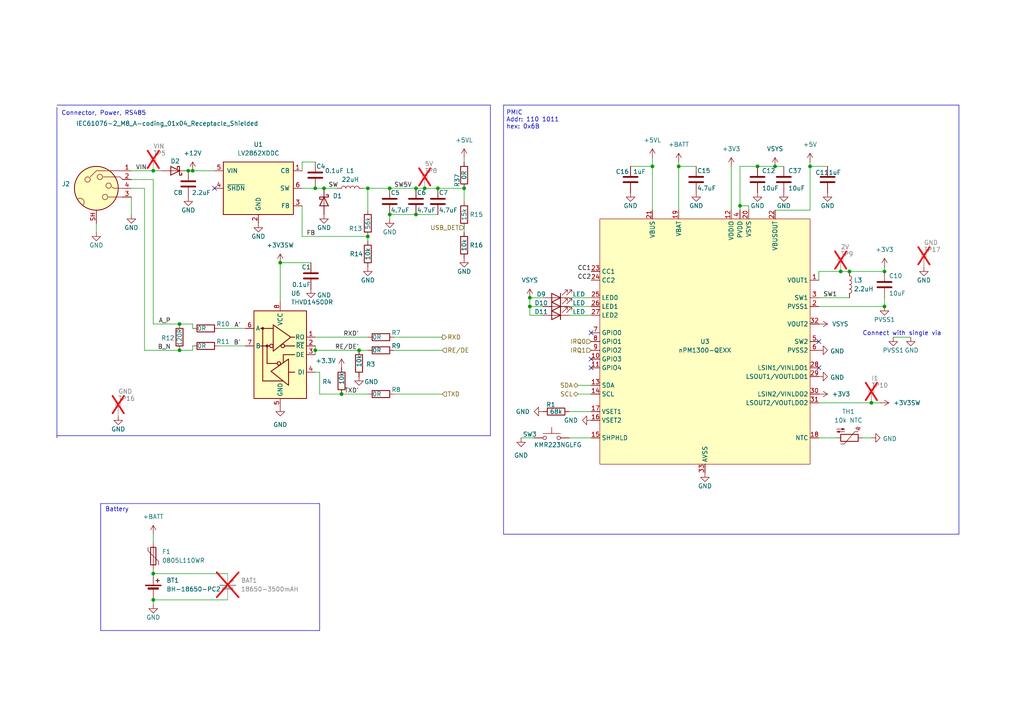
<source format=kicad_sch>
(kicad_sch (version 20250114) (generator "eeschema") (generator_version "9.0")
  (paper "A4")
  (title_block (title "POWER") (date "2025-04-25") (rev "1.0.3"))
  (lib_symbols
    (symbol "Connector:IEC61076-2_M8_A-coding_01x04_Receptacle_Shielded"
      (property "Reference" "J" (at 0 7.62 0))
      (property "Value" "IEC61076-2_M8_A-coding_01x04_Receptacle_Shielded" (at 0 -7.874 0))
      (symbol "IEC61076-2_M8_A-coding_01x04_Receptacle_Shielded_0_1"
        (polyline (pts (xy -7.62 0) (xy -4.953 0) (xy -4.572 0.381)))
        (polyline (pts (xy -7.62 -2.54) (xy -3.556 -2.54)))
        (circle (center -3.556 0.762) (radius 0.762))
        (circle (center -2.54 -2.54) (radius 0.762))
        (polyline (pts (xy -2.032 3.302) (xy -6.858 3.302) (xy -7.62 2.54)))
        (circle (center -1.016 3.302) (radius 0.762))
        (polyline (pts (xy 0 5.08) (xy -7.62 5.08)))
        (polyline (pts (xy 0 5.08) (xy 1.778 3.302)))
        (circle (center 0 0) (radius 6.35) (stroke (width 0.254)) (fill (type background)))
        (circle (center 2.54 2.54) (radius 0.762))
        (arc (start 3.937 -4.953) (mid 3.819 -3.3063) (end 5.461 -3.175))
      )
      (symbol "IEC61076-2_M8_A-coding_01x04_Receptacle_Shielded_1_1"
        (pin passive line (at -10.16 5.08 0) (length 2.54) (name "~") (number "1"))
        (pin passive line (at -10.16 2.54 0) (length 2.54) (name "~") (number "2"))
        (pin passive line (at -10.16 0 0) (length 2.54) (name "~") (number "4"))
        (pin passive line (at -10.16 -2.54 0) (length 2.54) (name "~") (number "3"))
        (pin passive line (at 0 -10.16 90) (length 3.81) (name "~") (number "SH"))
      )
    )
    (symbol "Connector:TestPoint" (pin_numbers (hide yes)) (pin_names (offset 0.762) (hide yes))
      (property "Reference" "TP" (at 0 6.858 0))
      (property "Value" "TestPoint" (at 0 5.08 0))
      (symbol "TestPoint_0_1"
        (circle (center 0 3.302) (radius 0.762))
      )
      (symbol "TestPoint_1_1"
        (pin passive line (at 0 0 90) (length 2.54) (name "1") (number "1"))
      )
    )
    (symbol "Device:Battery_Cell" (pin_numbers (hide yes)) (pin_names (offset 0) (hide yes))
      (property "Reference" "BT" (at 2.54 2.54 0))
      (property "Value" "Battery_Cell" (at 2.54 0 0))
      (symbol "Battery_Cell_0_1"
        (rectangle (start -2.286 1.778) (end 2.286 1.524) (fill (type outline)))
        (rectangle (start -1.524 1.016) (end 1.524 0.508) (fill (type outline)))
        (polyline (pts (xy 0 1.778) (xy 0 2.54)))
        (polyline (pts (xy 0 0.762) (xy 0 0)))
        (polyline (pts (xy 0.762 3.048) (xy 1.778 3.048)) (stroke (width 0.254)))
        (polyline (pts (xy 1.27 3.556) (xy 1.27 2.54)) (stroke (width 0.254)))
      )
      (symbol "Battery_Cell_1_1"
        (pin passive line (at 0 5.08 270) (length 2.54) (name "+") (number "1"))
        (pin passive line (at 0 -2.54 90) (length 2.54) (name "-") (number "2"))
      )
    )
    (symbol "Device:C" (pin_numbers (hide yes)) (pin_names (offset 0.254))
      (property "Reference" "C" (at 0.635 2.54 0))
      (property "Value" "C" (at 0.635 -2.54 0))
      (symbol "C_0_1"
        (polyline (pts (xy -2.032 0.762) (xy 2.032 0.762)) (stroke (width 0.508)))
        (polyline (pts (xy -2.032 -0.762) (xy 2.032 -0.762)) (stroke (width 0.508)))
      )
      (symbol "C_1_1"
        (pin passive line (at 0 3.81 270) (length 2.794) (name "~") (number "1"))
        (pin passive line (at 0 -3.81 90) (length 2.794) (name "~") (number "2"))
      )
    )
    (symbol "Device:D_Schottky" (pin_numbers (hide yes)) (pin_names (offset 1.016) (hide yes))
      (property "Reference" "D" (at 0 2.54 0))
      (property "Value" "D_Schottky" (at 0 -2.54 0))
      (symbol "D_Schottky_0_1"
        (polyline (pts (xy -1.905 0.635) (xy -1.905 1.27) (xy -1.27 1.27) (xy -1.27 -1.27) (xy -0.635 -1.27) (xy -0.635 -0.635)) (stroke (width 0.254)))
        (polyline (pts (xy 1.27 1.27) (xy 1.27 -1.27) (xy -1.27 0) (xy 1.27 1.27)) (stroke (width 0.254)))
        (polyline (pts (xy 1.27 0) (xy -1.27 0)))
      )
      (symbol "D_Schottky_1_1"
        (pin passive line (at -3.81 0 0) (length 2.54) (name "K") (number "1"))
        (pin passive line (at 3.81 0 180) (length 2.54) (name "A") (number "2"))
      )
    )
    (symbol "Device:L" (pin_numbers (hide yes)) (pin_names (offset 1.016) (hide yes))
      (property "Reference" "L" (at -1.27 0 90))
      (property "Value" "L" (at 1.905 0 90))
      (symbol "L_0_1"
        (arc (start 0 2.54) (mid 0.6323 1.905) (end 0 1.27))
        (arc (start 0 1.27) (mid 0.6323 0.635) (end 0 0))
        (arc (start 0 0) (mid 0.6323 -0.635) (end 0 -1.27))
        (arc (start 0 -1.27) (mid 0.6323 -1.905) (end 0 -2.54))
      )
      (symbol "L_1_1"
        (pin passive line (at 0 3.81 270) (length 1.27) (name "1") (number "1"))
        (pin passive line (at 0 -3.81 90) (length 1.27) (name "2") (number "2"))
      )
    )
    (symbol "Device:LED" (pin_numbers (hide yes)) (pin_names (offset 1.016) (hide yes))
      (property "Reference" "D" (at 0 2.54 0))
      (property "Value" "LED" (at 0 -2.54 0))
      (symbol "LED_0_1"
        (polyline (pts (xy -3.048 -0.762) (xy -4.572 -2.286) (xy -3.81 -2.286) (xy -4.572 -2.286) (xy -4.572 -1.524)))
        (polyline (pts (xy -1.778 -0.762) (xy -3.302 -2.286) (xy -2.54 -2.286) (xy -3.302 -2.286) (xy -3.302 -1.524)))
        (polyline (pts (xy -1.27 0) (xy 1.27 0)))
        (polyline (pts (xy -1.27 -1.27) (xy -1.27 1.27)) (stroke (width 0.254)))
        (polyline (pts (xy 1.27 -1.27) (xy 1.27 1.27) (xy -1.27 0) (xy 1.27 -1.27)) (stroke (width 0.254)))
      )
      (symbol "LED_1_1"
        (pin passive line (at -3.81 0 0) (length 2.54) (name "K") (number "1"))
        (pin passive line (at 3.81 0 180) (length 2.54) (name "A") (number "2"))
      )
    )
    (symbol "Device:Polyfuse" (pin_numbers (hide yes)) (pin_names (offset 0))
      (property "Reference" "F" (at -2.54 0 90))
      (property "Value" "Polyfuse" (at 2.54 0 90))
      (symbol "Polyfuse_0_1"
        (polyline (pts (xy -1.524 2.54) (xy -1.524 1.524) (xy 1.524 -1.524) (xy 1.524 -2.54)))
        (rectangle (start -0.762 2.54) (end 0.762 -2.54) (stroke (width 0.254)))
        (polyline (pts (xy 0 2.54) (xy 0 -2.54)))
      )
      (symbol "Polyfuse_1_1"
        (pin passive line (at 0 3.81 270) (length 1.27) (name "~") (number "1"))
        (pin passive line (at 0 -3.81 90) (length 1.27) (name "~") (number "2"))
      )
    )
    (symbol "Device:Thermistor_NTC" (pin_numbers (hide yes)) (pin_names (offset 0))
      (property "Reference" "TH" (at -4.445 0 90))
      (property "Value" "Thermistor_NTC" (at 3.175 0 90))
      (symbol "Thermistor_NTC_0_1"
        (arc (start -3.175 2.413) (mid -3.0506 2.3165) (end -3.048 2.159))
        (arc (start -3.048 2.794) (mid -2.9736 2.9736) (end -2.794 3.048))
        (arc (start -2.794 3.048) (mid -2.6144 2.9736) (end -2.54 2.794))
        (arc (start -2.794 2.54) (mid -2.9736 2.6144) (end -3.048 2.794))
        (arc (start -2.794 1.905) (mid -2.9736 1.9794) (end -3.048 2.159))
        (arc (start -2.54 2.159) (mid -2.6144 1.9794) (end -2.794 1.905))
        (arc (start -2.159 2.794) (mid -2.434 2.5608) (end -2.794 2.54))
        (polyline (pts (xy -2.54 2.159) (xy -2.54 2.794)))
        (polyline (pts (xy -2.54 -3.683) (xy -2.54 -1.397) (xy -2.794 -2.159) (xy -2.286 -2.159) (xy -2.54 -1.397) (xy -2.54 -1.651)) (fill (type outline)))
        (polyline (pts (xy -1.778 2.54) (xy -1.778 1.524) (xy 1.778 -1.524) (xy 1.778 -2.54)))
        (polyline (pts (xy -1.778 -1.397) (xy -1.778 -3.683) (xy -2.032 -2.921) (xy -1.524 -2.921) (xy -1.778 -3.683) (xy -1.778 -3.429)) (fill (type outline)))
        (rectangle (start -1.016 2.54) (end 1.016 -2.54) (stroke (width 0.254)))
      )
      (symbol "Thermistor_NTC_1_1"
        (pin passive line (at 0 3.81 270) (length 1.27) (name "~") (number "1"))
        (pin passive line (at 0 -3.81 90) (length 1.27) (name "~") (number "2"))
      )
    )
    (symbol "Interface_UART:THVD1450DR"
      (property "Reference" "U" (at -6.985 13.97 0))
      (property "Value" "THVD1450DR" (at 1.905 13.97 0))
      (symbol "THVD1450DR_0_1"
        (rectangle (start -7.62 12.7) (end 7.62 -12.7) (stroke (width 0.254)) (fill (type background)))
        (polyline (pts (xy -4.191 2.54) (xy -1.27 2.54)) (stroke (width 0.254)))
        (polyline (pts (xy -4.191 0) (xy -0.889 0) (xy -0.889 -2.286)) (stroke (width 0.254)))
        (polyline (pts (xy -3.175 5.08) (xy -4.191 5.08) (xy -4.064 5.08)) (stroke (width 0.254)))
        (polyline (pts (xy -2.54 -5.08) (xy -4.191 -5.08)) (stroke (width 0.254)))
        (polyline (pts (xy -2.413 -5.08) (xy -2.413 -1.27) (xy 2.667 -4.826) (xy -2.413 -8.89) (xy -2.413 -5.08)) (stroke (width 0.254)))
        (polyline (pts (xy -0.635 -7.62) (xy 5.08 -7.62)) (stroke (width 0.254)))
        (circle (center 0.381 -2.54) (radius 0.508) (stroke (width 0.254)))
        (polyline (pts (xy 0.889 -2.54) (xy 3.81 -2.54)) (stroke (width 0.254)))
        (polyline (pts (xy 2.032 7.62) (xy 5.715 7.62)) (stroke (width 0.254)))
        (polyline (pts (xy 3.048 2.54) (xy 5.715 2.54)) (stroke (width 0.254)))
        (circle (center 3.81 2.54) (radius 0.2794) (stroke (width 0.254)) (fill (type outline)))
        (polyline (pts (xy 3.81 -2.54) (xy 3.81 2.54)) (stroke (width 0.254)))
        (polyline (pts (xy 5.08 -7.62) (xy 5.08 7.62)) (stroke (width 0.254)))
      )
      (symbol "THVD1450DR_1_1"
        (circle (center -0.762 2.54) (radius 0.508) (stroke (width 0.254)))
        (polyline (pts (xy 2.032 4.826) (xy 2.032 8.636) (xy -3.048 5.08) (xy 2.032 1.016) (xy 2.032 4.826)) (stroke (width 0.254)))
        (circle (center 2.54 2.54) (radius 0.508) (stroke (width 0.254)))
        (circle (center 5.08 7.62) (radius 0.2794) (stroke (width 0.254)) (fill (type outline)))
        (pin output line (at -10.16 5.08 0) (length 2.54) (name "RO") (number "1"))
        (pin input line (at -10.16 2.54 0) (length 2.54) (name "~{RE}") (number "2"))
        (pin input line (at -10.16 0 0) (length 2.54) (name "DE") (number "3"))
        (pin input line (at -10.16 -5.08 0) (length 2.54) (name "DI") (number "4"))
        (pin power_in line (at 0 15.24 270) (length 2.54) (name "VCC") (number "8"))
        (pin power_in line (at 0 -15.24 90) (length 2.54) (name "GND") (number "5"))
        (pin bidirectional line (at 10.16 7.62 180) (length 2.54) (name "A") (number "6"))
        (pin bidirectional line (at 10.16 2.54 180) (length 2.54) (name "B") (number "7"))
      )
    )
    (symbol "Library:+3.3V" (power) (pin_numbers (hide yes)) (pin_names (offset 0) (hide yes))
      (property "Value" "+3.3V" (at 0 3.556 0))
      (symbol "+3.3V_0_1"
        (polyline (pts (xy -0.762 1.27) (xy 0 2.54)))
        (polyline (pts (xy 0 2.54) (xy 0.762 1.27)))
        (polyline (pts (xy 0 0) (xy 0 2.54)))
      )
      (symbol "+3.3V_1_1"
        (pin power_in line (at 0 0 90) (length 0) (name "~") (number "1"))
      )
    )
    (symbol "Library:C" (pin_numbers (hide yes)) (pin_names (offset 0.254))
      (property "Reference" "C" (at 0.635 2.54 0))
      (property "Value" "C" (at 0.635 -2.54 0))
      (symbol "C_0_1"
        (polyline (pts (xy -2.032 0.762) (xy 2.032 0.762)) (stroke (width 0.508)))
        (polyline (pts (xy -2.032 -0.762) (xy 2.032 -0.762)) (stroke (width 0.508)))
      )
      (symbol "C_1_1"
        (pin passive line (at 0 3.81 270) (length 2.794) (name "~") (number "1"))
        (pin passive line (at 0 -3.81 90) (length 2.794) (name "~") (number "2"))
      )
    )
    (symbol "Library:GND" (power) (pin_numbers (hide yes)) (pin_names (offset 0) (hide yes))
      (property "Value" "GND" (at 0 -3.81 0))
      (symbol "GND_0_1"
        (polyline (pts (xy 0 0) (xy 0 -1.27) (xy 1.27 -1.27) (xy 0 -2.54) (xy -1.27 -1.27) (xy 0 -1.27)))
      )
      (symbol "GND_1_1"
        (pin power_in line (at 0 0 270) (length 0) (name "~") (number "1"))
      )
    )
    (symbol "Library:R" (pin_numbers (hide yes)) (pin_names (offset 0))
      (property "Reference" "R" (at 2.032 0 90))
      (property "Value" "R" (at 0 0 90))
      (symbol "R_0_1"
        (rectangle (start -1.016 -2.54) (end 1.016 2.54) (stroke (width 0.254)))
      )
      (symbol "R_1_1"
        (pin passive line (at 0 3.81 270) (length 1.27) (name "~") (number "1"))
        (pin passive line (at 0 -3.81 90) (length 1.27) (name "~") (number "2"))
      )
    )
    (symbol "PCM_nordic-lib-kicad-npm:nPM1300-QEXX"
      (property "Reference" "U" (at 0 0 0))
      (property "Value" "nPM1300-QEXX" (at 0 -2.54 0))
      (symbol "nPM1300-QEXX_0_0"
        (pin bidirectional line (at -33.02 20.32 0) (length 2.54) (name "CC1") (number "23"))
        (pin bidirectional line (at -33.02 17.78 0) (length 2.54) (name "CC2") (number "24"))
        (pin open_collector line (at -33.02 12.7 0) (length 2.54) (name "LED0") (number "25"))
        (pin open_collector line (at -33.02 10.16 0) (length 2.54) (name "LED1") (number "26"))
        (pin open_collector line (at -33.02 7.62 0) (length 2.54) (name "LED2") (number "27"))
        (pin bidirectional line (at -33.02 2.54 0) (length 2.54) (name "GPIO0") (number "7"))
        (pin bidirectional line (at -33.02 0 0) (length 2.54) (name "GPIO1") (number "8"))
        (pin bidirectional line (at -33.02 -2.54 0) (length 2.54) (name "GPIO2") (number "9"))
        (pin bidirectional line (at -33.02 -5.08 0) (length 2.54) (name "GPIO3") (number "10"))
        (pin bidirectional line (at -33.02 -7.62 0) (length 2.54) (name "GPIO4") (number "11"))
        (pin bidirectional line (at -33.02 -12.7 0) (length 2.54) (name "SDA") (number "13"))
        (pin bidirectional line (at -33.02 -15.24 0) (length 2.54) (name "SCL") (number "14"))
        (pin passive line (at -33.02 -20.32 0) (length 2.54) (name "VSET1") (number "17"))
        (pin passive line (at -33.02 -22.86 0) (length 2.54) (name "VSET2") (number "16"))
        (pin input line (at -33.02 -27.94 0) (length 2.54) (name "SHPHLD") (number "15"))
        (pin power_in line (at -15.24 38.1 270) (length 2.54) (name "VBUS") (number "21"))
        (pin power_in line (at -7.62 38.1 270) (length 2.54) (name "VBAT") (number "19"))
        (pin power_in line (at 0 -38.1 90) (length 2.54) (name "AVSS") (number "33"))
        (pin power_in line (at 7.62 38.1 270) (length 2.54) (name "VDDIO") (number "12"))
        (pin power_in line (at 10.16 38.1 270) (length 2.54) (name "PVDD") (number "4"))
        (pin power_out line (at 12.7 38.1 270) (length 2.54) (name "VSYS") (number "20"))
        (pin power_out line (at 20.32 38.1 270) (length 2.54) (name "VBUSOUT") (number "22"))
        (pin power_out line (at 33.02 17.78 180) (length 2.54) (name "VOUT1") (number "1"))
        (pin passive line (at 33.02 12.7 180) (length 2.54) (name "SW1") (number "3"))
        (pin power_out line (at 33.02 5.08 180) (length 2.54) (name "VOUT2") (number "32"))
        (pin passive line (at 33.02 0 180) (length 2.54) (name "SW2") (number "5"))
        (pin output line (at 33.02 -10.16 180) (length 2.54) (name "LSOUT1/VOUTLDO1") (number "29"))
        (pin input line (at 33.02 -15.24 180) (length 2.54) (name "LSIN2/VINLDO2") (number "30"))
        (pin output line (at 33.02 -17.78 180) (length 2.54) (name "LSOUT2/VOUTLDO2") (number "31"))
        (pin passive line (at 33.02 -27.94 180) (length 2.54) (name "NTC") (number "18"))
      )
      (symbol "nPM1300-QEXX_1_0"
        (pin power_in line (at 33.02 10.16 180) (length 2.54) (name "PVSS1") (number "2"))
        (pin power_in line (at 33.02 -2.54 180) (length 2.54) (name "PVSS2") (number "6"))
        (pin input line (at 33.02 -7.62 180) (length 2.54) (name "LSIN1/VINLDO1") (number "28"))
      )
      (symbol "nPM1300-QEXX_1_1"
        (rectangle (start -30.48 35.56) (end 30.48 -35.56) (fill (type background)))
      )
    )
    (symbol "Regulator_Switching:LV2862XDDC" (pin_names (offset 1.016))
      (property "Reference" "U" (at -10.16 11.43 0))
      (property "Value" "LV2862XDDC" (at -10.16 8.89 0))
      (symbol "LV2862XDDC_0_1"
        (rectangle (start -10.16 7.62) (end 10.16 -7.62) (stroke (width 0.254)) (fill (type background)))
      )
      (symbol "LV2862XDDC_1_1"
        (pin power_in line (at -12.7 5.08 0) (length 2.54) (name "VIN") (number "5"))
        (pin input line (at -12.7 0 0) (length 2.54) (name "~{SHDN}") (number "4"))
        (pin power_in line (at 0 -10.16 90) (length 2.54) (name "GND") (number "2"))
        (pin input line (at 12.7 5.08 180) (length 2.54) (name "CB") (number "1"))
        (pin output line (at 12.7 0 180) (length 2.54) (name "SW") (number "6"))
        (pin input line (at 12.7 -5.08 180) (length 2.54) (name "FB") (number "3"))
      )
    )
    (symbol "Switch:SW_Push" (pin_numbers (hide yes)) (pin_names (offset 1.016) (hide yes))
      (property "Reference" "SW" (at 1.27 2.54 0))
      (property "Value" "SW_Push" (at 0 -1.524 0))
      (symbol "SW_Push_0_1"
        (circle (center -2.032 0) (radius 0.508))
        (polyline (pts (xy 0 1.27) (xy 0 3.048)))
        (circle (center 2.032 0) (radius 0.508))
        (polyline (pts (xy 2.54 1.27) (xy -2.54 1.27)))
        (pin passive line (at -5.08 0 0) (length 2.54) (name "1") (number "1"))
        (pin passive line (at 5.08 0 180) (length 2.54) (name "2") (number "2"))
      )
    )
    (symbol "power:+12V" (power) (pin_numbers (hide yes)) (pin_names (offset 0) (hide yes))
      (property "Value" "+12V" (at 0 3.556 0))
      (symbol "+12V_0_1"
        (polyline (pts (xy -0.762 1.27) (xy 0 2.54)))
        (polyline (pts (xy 0 2.54) (xy 0.762 1.27)))
        (polyline (pts (xy 0 0) (xy 0 2.54)))
      )
      (symbol "+12V_1_1"
        (pin power_in line (at 0 0 90) (length 0) (name "~") (number "1"))
      )
    )
    (symbol "power:+1V8" (power) (pin_numbers (hide yes)) (pin_names (offset 0) (hide yes))
      (property "Value" "+1V8" (at 0 3.556 0))
      (symbol "+1V8_0_1"
        (polyline (pts (xy -0.762 1.27) (xy 0 2.54)))
        (polyline (pts (xy 0 2.54) (xy 0.762 1.27)))
        (polyline (pts (xy 0 0) (xy 0 2.54)))
      )
      (symbol "+1V8_1_1"
        (pin power_in line (at 0 0 90) (length 0) (name "~") (number "1"))
      )
    )
    (symbol "power:+5V" (power) (pin_numbers (hide yes)) (pin_names (offset 0) (hide yes))
      (property "Value" "+5V" (at 0 3.556 0))
      (symbol "+5V_0_1"
        (polyline (pts (xy -0.762 1.27) (xy 0 2.54)))
        (polyline (pts (xy 0 2.54) (xy 0.762 1.27)))
        (polyline (pts (xy 0 0) (xy 0 2.54)))
      )
      (symbol "+5V_1_1"
        (pin power_in line (at 0 0 90) (length 0) (name "~") (number "1"))
      )
    )
    (symbol "power:+5VL" (power) (pin_numbers (hide yes)) (pin_names (offset 0) (hide yes))
      (property "Value" "+5VL" (at 0 3.556 0))
      (symbol "+5VL_0_1"
        (polyline (pts (xy -0.762 1.27) (xy 0 2.54)))
        (polyline (pts (xy 0 2.54) (xy 0.762 1.27)))
        (polyline (pts (xy 0 0) (xy 0 2.54)))
      )
      (symbol "+5VL_1_1"
        (pin power_in line (at 0 0 90) (length 0) (name "~") (number "1"))
      )
    )
    (symbol "power:+BATT" (power) (pin_numbers (hide yes)) (pin_names (offset 0) (hide yes))
      (property "Value" "+BATT" (at 0 3.556 0))
      (symbol "+BATT_0_1"
        (polyline (pts (xy -0.762 1.27) (xy 0 2.54)))
        (polyline (pts (xy 0 2.54) (xy 0.762 1.27)))
        (polyline (pts (xy 0 0) (xy 0 2.54)))
      )
      (symbol "+BATT_1_1"
        (pin power_in line (at 0 0 90) (length 0) (name "~") (number "1"))
      )
    )
    (symbol "power:GND" (power) (pin_names (offset 0))
      (property "Value" "GND" (at 0 -3.81 0))
      (symbol "GND_0_1"
        (polyline (pts (xy 0 0) (xy 0 -1.27) (xy 1.27 -1.27) (xy 0 -2.54) (xy -1.27 -1.27) (xy 0 -1.27)))
      )
      (symbol "GND_1_1"
        (pin power_in line (at 0 0 270) (length 0) (hide yes) (name "GND") (number "1"))
      )
    )
    (symbol "power:VCC" (power) (pin_numbers (hide yes)) (pin_names (offset 0) (hide yes))
      (property "Value" "VCC" (at 0 3.556 0))
      (symbol "VCC_0_1"
        (polyline (pts (xy -0.762 1.27) (xy 0 2.54)))
        (polyline (pts (xy 0 2.54) (xy 0.762 1.27)))
        (polyline (pts (xy 0 0) (xy 0 2.54)))
      )
      (symbol "VCC_1_1"
        (pin power_in line (at 0 0 90) (length 0) (name "~") (number "1"))
      )
    )
  )
  (text "Connect with single via\n" (at 261.62 96.774 0) (effects (font (size 1.27 1.27))))
  (text "Addr: 110 1011\nhex: 0x6B\n" (at 146.812 37.592 0) (effects (font (size 1.27 1.27)) (justify left bottom)))
  (text "Connector, Power, RS485" (at 17.78 33.655 0) (effects (font (size 1.27 1.27)) (justify left bottom)))
  (text "PMIC\n" (at 146.812 33.528 0) (effects (font (size 1.27 1.27)) (justify left bottom)))
  (text "Battery\n" (at 30.48 148.59 0) (effects (font (size 1.27 1.27)) (justify left bottom)))
  (junction (at 256.54 78.74))
  (junction (at 44.45 166.37))
  (junction (at 120.65 54.61))
  (junction (at 91.44 54.61))
  (junction (at 153.67 88.9))
  (junction (at 81.28 76.2))
  (junction (at 106.68 54.61))
  (junction (at 52.07 93.98))
  (junction (at 52.07 101.6))
  (junction (at 246.38 78.74))
  (junction (at 93.98 54.61))
  (junction (at 153.67 86.36))
  (junction (at 104.14 101.6))
  (junction (at 196.85 48.26))
  (junction (at 113.03 62.23))
  (junction (at 127 54.61))
  (junction (at 252.73 116.84))
  (junction (at 106.68 68.58))
  (junction (at 243.84 78.74))
  (junction (at 123.19 54.61))
  (junction (at 189.23 48.26))
  (junction (at 55.88 49.53))
  (junction (at 113.03 54.61))
  (junction (at 120.65 62.23))
  (junction (at 234.95 48.26))
  (junction (at 134.62 54.61))
  (junction (at 44.45 173.99))
  (junction (at 99.06 114.3))
  (junction (at 224.79 48.26))
  (junction (at 44.45 49.53))
  (junction (at 256.54 88.9))
  (junction (at 91.44 101.6))
  (junction (at 219.71 48.26))
  (junction (at 54.61 49.53))
  (junction (at 214.63 59.69))
  (no_connect (at 171.45 106.68))
  (no_connect (at 237.49 99.06))
  (no_connect (at 171.45 96.52))
  (no_connect (at 62.23 54.61))
  (no_connect (at 237.49 106.68))
  (no_connect (at 171.45 104.14))
  (wire (pts (xy 106.68 97.79) (xy 91.44 97.79)))
  (wire (pts (xy 106.68 69.85) (xy 106.68 68.58)))
  (wire (pts (xy 246.38 78.74) (xy 256.54 78.74)))
  (wire (pts (xy 153.67 91.44) (xy 157.48 91.44)))
  (polyline (pts (xy 92.71 146.05) (xy 92.71 182.88)))
  (polyline (pts (xy 142.24 30.48) (xy 16.51 30.48)))
  (wire (pts (xy 214.63 59.69) (xy 217.17 59.69)))
  (wire (pts (xy 237.49 88.9) (xy 256.54 88.9)))
  (wire (pts (xy 234.95 48.26) (xy 240.03 48.26)))
  (wire (pts (xy 81.28 87.63) (xy 81.28 76.2)))
  (wire (pts (xy 41.91 101.6) (xy 52.07 101.6)))
  (polyline (pts (xy 92.71 146.05) (xy 29.21 146.05)))
  (wire (pts (xy 63.5 100.33) (xy 71.12 100.33)))
  (wire (pts (xy 237.49 86.36) (xy 246.38 86.36)))
  (wire (pts (xy 127 54.61) (xy 134.62 54.61)))
  (wire (pts (xy 52.07 101.6) (xy 55.88 101.6)))
  (wire (pts (xy 252.73 127) (xy 250.19 127)))
  (wire (pts (xy 167.64 111.76) (xy 171.45 111.76)))
  (wire (pts (xy 128.27 97.79) (xy 114.3 97.79)))
  (wire (pts (xy 153.67 86.36) (xy 157.48 86.36)))
  (wire (pts (xy 38.1 49.53) (xy 44.45 49.53)))
  (wire (pts (xy 87.63 46.99) (xy 87.63 49.53)))
  (wire (pts (xy 113.03 54.61) (xy 120.65 54.61)))
  (wire (pts (xy 41.91 54.61) (xy 41.91 101.6)))
  (wire (pts (xy 237.49 127) (xy 242.57 127)))
  (wire (pts (xy 91.44 100.33) (xy 91.44 101.6)))
  (wire (pts (xy 165.1 88.9) (xy 171.45 88.9)))
  (wire (pts (xy 87.63 54.61) (xy 91.44 54.61)))
  (wire (pts (xy 128.27 114.3) (xy 114.3 114.3)))
  (wire (pts (xy 106.68 54.61) (xy 105.41 54.61)))
  (wire (pts (xy 165.1 127) (xy 171.45 127)))
  (wire (pts (xy 165.1 119.38) (xy 171.45 119.38)))
  (wire (pts (xy 91.44 101.6) (xy 91.44 102.87)))
  (wire (pts (xy 54.61 49.53) (xy 55.88 49.53)))
  (wire (pts (xy 243.84 78.74) (xy 246.38 78.74)))
  (wire (pts (xy 44.45 93.98) (xy 52.07 93.98)))
  (wire (pts (xy 237.49 78.74) (xy 243.84 78.74)))
  (wire (pts (xy 55.88 101.6) (xy 55.88 100.33)))
  (wire (pts (xy 44.45 157.48) (xy 44.45 154.94)))
  (wire (pts (xy 55.88 93.98) (xy 52.07 93.98)))
  (wire (pts (xy 106.68 60.96) (xy 106.68 54.61)))
  (polyline (pts (xy 142.24 126.365) (xy 16.51 126.365)))
  (wire (pts (xy 151.13 127) (xy 154.94 127)))
  (wire (pts (xy 27.94 64.77) (xy 27.94 67.31)))
  (polyline (pts (xy 146.05 30.48) (xy 146.05 154.94)))
  (wire (pts (xy 123.19 54.61) (xy 127 54.61)))
  (wire (pts (xy 44.45 165.1) (xy 44.45 166.37)))
  (wire (pts (xy 234.95 48.26) (xy 234.95 46.99)))
  (wire (pts (xy 44.45 52.07) (xy 38.1 52.07)))
  (wire (pts (xy 41.91 54.61) (xy 38.1 54.61)))
  (wire (pts (xy 224.79 48.26) (xy 219.71 48.26)))
  (wire (pts (xy 256.54 77.47) (xy 256.54 78.74)))
  (wire (pts (xy 217.17 59.69) (xy 217.17 60.96)))
  (wire (pts (xy 92.71 114.3) (xy 92.71 107.95)))
  (polyline (pts (xy 92.71 182.88) (xy 29.21 182.88)))
  (wire (pts (xy 214.63 48.26) (xy 214.63 59.69)))
  (wire (pts (xy 38.1 57.15) (xy 38.1 62.23)))
  (wire (pts (xy 167.64 114.3) (xy 171.45 114.3)))
  (polyline (pts (xy 16.51 31.115) (xy 16.51 127)))
  (wire (pts (xy 182.88 48.26) (xy 189.23 48.26)))
  (wire (pts (xy 219.71 48.26) (xy 214.63 48.26)))
  (wire (pts (xy 91.44 54.61) (xy 93.98 54.61)))
  (wire (pts (xy 104.14 101.6) (xy 91.44 101.6)))
  (wire (pts (xy 214.63 60.96) (xy 214.63 59.69)))
  (wire (pts (xy 234.95 60.96) (xy 224.79 60.96)))
  (wire (pts (xy 87.63 59.69) (xy 87.63 68.58)))
  (wire (pts (xy 256.54 86.36) (xy 256.54 88.9)))
  (polyline (pts (xy 278.13 154.94) (xy 146.05 154.94)))
  (wire (pts (xy 264.16 97.79) (xy 259.08 97.79)))
  (wire (pts (xy 120.65 54.61) (xy 123.19 54.61)))
  (wire (pts (xy 212.09 48.26) (xy 212.09 60.96)))
  (wire (pts (xy 196.85 48.26) (xy 196.85 46.99)))
  (wire (pts (xy 113.03 62.23) (xy 120.65 62.23)))
  (polyline (pts (xy 278.13 30.48) (xy 278.13 154.94)))
  (wire (pts (xy 106.68 54.61) (xy 113.03 54.61)))
  (wire (pts (xy 44.45 166.37) (xy 66.04 166.37)))
  (wire (pts (xy 91.44 46.99) (xy 87.63 46.99)))
  (wire (pts (xy 252.73 116.84) (xy 237.49 116.84)))
  (wire (pts (xy 227.33 48.26) (xy 224.79 48.26)))
  (wire (pts (xy 44.45 49.53) (xy 46.99 49.53)))
  (wire (pts (xy 93.98 54.61) (xy 97.79 54.61)))
  (wire (pts (xy 165.1 86.36) (xy 171.45 86.36)))
  (wire (pts (xy 71.12 95.25) (xy 63.5 95.25)))
  (wire (pts (xy 165.1 91.44) (xy 171.45 91.44)))
  (wire (pts (xy 234.95 48.26) (xy 234.95 60.96)))
  (wire (pts (xy 106.68 114.3) (xy 99.06 114.3)))
  (wire (pts (xy 44.45 175.26) (xy 44.45 173.99)))
  (wire (pts (xy 134.62 67.31) (xy 134.62 66.04)))
  (polyline (pts (xy 142.24 30.48) (xy 142.24 126.365)))
  (wire (pts (xy 196.85 48.26) (xy 201.93 48.26)))
  (wire (pts (xy 81.28 76.2) (xy 90.17 76.2)))
  (wire (pts (xy 44.45 173.99) (xy 66.04 173.99)))
  (wire (pts (xy 55.88 49.53) (xy 62.23 49.53)))
  (wire (pts (xy 113.03 63.5) (xy 113.03 62.23)))
  (wire (pts (xy 44.45 52.07) (xy 44.45 93.98)))
  (wire (pts (xy 134.62 45.72) (xy 134.62 46.99)))
  (wire (pts (xy 189.23 48.26) (xy 189.23 60.96)))
  (wire (pts (xy 128.27 101.6) (xy 114.3 101.6)))
  (polyline (pts (xy 278.13 30.48) (xy 146.05 30.48)))
  (wire (pts (xy 237.49 78.74) (xy 237.49 81.28)))
  (wire (pts (xy 153.67 86.36) (xy 153.67 88.9)))
  (polyline (pts (xy 29.21 146.05) (xy 29.21 182.88)))
  (wire (pts (xy 189.23 45.72) (xy 189.23 48.26)))
  (wire (pts (xy 106.68 101.6) (xy 104.14 101.6)))
  (wire (pts (xy 196.85 48.26) (xy 196.85 60.96)))
  (wire (pts (xy 153.67 88.9) (xy 157.48 88.9)))
  (wire (pts (xy 87.63 68.58) (xy 106.68 68.58)))
  (wire (pts (xy 92.71 107.95) (xy 91.44 107.95)))
  (wire (pts (xy 153.67 88.9) (xy 153.67 91.44)))
  (wire (pts (xy 92.71 114.3) (xy 99.06 114.3)))
  (wire (pts (xy 55.88 95.25) (xy 55.88 93.98)))
  (wire (pts (xy 255.27 116.84) (xy 252.73 116.84)))
  (wire (pts (xy 134.62 58.42) (xy 134.62 54.61)))
  (wire (pts (xy 120.65 62.23) (xy 127 62.23)))
  (label "FB" (at 88.9 68.58 0))
  (label "RE{slash}DE'" (at 104.14 101.6 180))
  (label "TXD'" (at 104.14 114.3 180))
  (label "B_N" (at 49.53 101.6 180))
  (label "CC1" (at 171.45 78.74 180))
  (label "SW5V" (at 114.3 54.61 0))
  (label "CC2" (at 171.45 81.28 180))
  (label "B'" (at 69.85 100.33 180))
  (label "SW" (at 95.25 54.61 0))
  (label "A'" (at 69.85 95.25 180))
  (label "SW1" (at 238.76 86.36 0))
  (label "A_P" (at 49.53 93.98 180))
  (label "VIN" (at 39.37 49.53 0))
  (label "RXD'" (at 104.14 97.79 180))
  (hierarchical_label "RE{slash}DE" (shape input) (at 128.27 101.6 0))
  (hierarchical_label "SCL" (shape bidirectional) (at 167.64 114.3 180))
  (hierarchical_label "IRQ0" (shape input) (at 171.45 99.06 180))
  (hierarchical_label "USB_DET" (shape input) (at 134.62 66.04 180))
  (hierarchical_label "RXD" (shape output) (at 128.27 97.79 0))
  (hierarchical_label "TXD" (shape input) (at 128.27 114.3 0))
  (hierarchical_label "SDA" (shape bidirectional) (at 167.64 111.76 180))
  (hierarchical_label "IRQ1" (shape input) (at 171.45 101.6 180))
  (symbol (lib_id "Device:C") (at 120.65 58.42 0) (unit 1)
    (property "Reference" "C6" (at 120.904 55.88 0) (effects (justify left)))
    (property "Value" "4.7uF" (at 120.904 60.96 0) (effects (justify left)))
    (property "Footprint" "Capacitor_SMD:C_0603_1608Metric" (effects (hide yes)))
    (property "Description" "Unpolarized capacitor" (effects (hide yes)))
  )
  (symbol (lib_id "Regulator_Switching:LV2862XDDC") (at 74.93 54.61 0) (unit 1)
    (property "Reference" "U1" (at 74.93 41.91 0))
    (property "Value" "LV2862XDDC" (at 74.93 44.45 0))
    (property "Footprint" "Package_TO_SOT_SMD:SOT-23-6" (effects (hide yes)))
    (property "Datasheet" "https://www.ti.com/lit/ds/symlink/lv2862.pdf" (effects (hide yes)))
    (property "Description" "60V, 0.6A, stepdown, DC/DC converter, 770kHz" (effects (hide yes)))
    (property "MPN" "LV2862XLVDDCR" (effects (hide yes)))
  )
  (symbol (lib_id "power:GND") (at 237.49 109.22 90) (unit 1)
    (property "Reference" "#PWR048" (effects (hide yes)))
    (property "Value" "GND" (at 242.824 109.474 90))
  )
  (symbol (lib_id "Library:C") (at 256.54 82.55 0) (unit 1)
    (property "Reference" "C10" (at 257.81 80.01 0) (effects (justify left)))
    (property "Value" "10uF" (at 257.81 85.09 0) (effects (justify left)))
    (property "Footprint" "Capacitor_SMD:C_0805_2012Metric" (effects (hide yes)))
    (property "Description" "Unpolarized capacitor" (effects (hide yes)))
  )
  (symbol (lib_id "power:GND") (at 171.45 121.92 270) (mirror x) (unit 1)
    (property "Reference" "#PWR0103" (effects (hide yes)))
    (property "Value" "GND" (at 167.64 121.9199 90) (effects (justify right)))
    (property "Description" "Power symbol creates a global label with name \"GND\" , ground" (effects (hide yes)))
  )
  (symbol (lib_id "power:GND") (at 34.29 120.65 0) (unit 1)
    (property "Reference" "#PWR0114" (effects (hide yes)))
    (property "Value" "GND" (at 34.29 124.46 0))
  )
  (symbol (lib_id "Connector:TestPoint") (at 34.29 120.65 0) (unit 1) (dnp yes)
    (property "Reference" "TP16" (at 34.29 115.57 0) (effects (justify left)))
    (property "Value" "GND" (at 34.29 113.538 0) (effects (justify left)))
    (property "Footprint" "TestPoint:TestPoint_Pad_D1.0mm" (effects (hide yes)))
    (property "Description" "test point" (effects (hide yes)))
  )
  (symbol (lib_id "Connector:TestPoint") (at 44.45 49.53 0) (unit 1) (dnp yes)
    (property "Reference" "TP5" (at 44.45 44.45 0) (effects (justify left)))
    (property "Value" "VIN" (at 44.45 42.418 0) (effects (justify left)))
    (property "Footprint" "TestPoint:TestPoint_Pad_D1.0mm" (effects (hide yes)))
    (property "Description" "test point" (effects (hide yes)))
  )
  (symbol (lib_id "Library:+3.3V") (at 99.06 106.68 0) (mirror y) (unit 1)
    (property "Reference" "#PWR016" (effects (hide yes)))
    (property "Value" "+3.3V" (at 94.488 104.648 0))
    (property "Description" "Power symbol creates a global label with name \"+3.3V\"" (effects (hide yes)))
  )
  (symbol (lib_id "Connector:TestPoint") (at 243.84 78.74 0) (unit 1) (dnp yes)
    (property "Reference" "TP9" (at 243.84 73.66 0) (effects (justify left)))
    (property "Value" "2V" (at 243.84 71.628 0) (effects (justify left)))
    (property "Footprint" "TestPoint:TestPoint_Pad_D1.0mm" (effects (hide yes)))
    (property "Description" "test point" (effects (hide yes)))
  )
  (symbol (lib_id "power:+1V8") (at 255.27 116.84 270) (unit 1)
    (property "Reference" "#PWR013" (effects (hide yes)))
    (property "Value" "+3V3SW" (at 259.08 116.8399 90) (effects (justify left)))
    (property "Description" "Power symbol creates a global label with name \"+1V8\"" (effects (hide yes)))
  )
  (symbol (lib_id "Device:Thermistor_NTC") (at 246.38 127 270) (unit 1)
    (property "Reference" "TH1" (at 246.0625 119.38 90))
    (property "Value" "10k NTC" (at 246.0625 121.92 90))
    (property "Footprint" "Resistor_SMD:R_0603_1608Metric" (effects (hide yes)))
    (property "Description" "Temperature dependent resistor, negative temperature coefficient" (effects (hide yes)))
    (property "MPN" "NTCG163JF103FT1" (effects (hide yes)))
  )
  (symbol (lib_id "power:GND") (at 27.94 67.31 0) (unit 1)
    (property "Reference" "#PWR06" (effects (hide yes)))
    (property "Value" "GND" (at 27.94 71.12 0))
  )
  (symbol (lib_id "Library:R") (at 161.29 119.38 270) (unit 1)
    (property "Reference" "R1" (at 159.766 117.348 90))
    (property "Value" "68k" (at 161.29 119.38 90))
    (property "Footprint" "Resistor_SMD:R_0603_1608Metric" (effects (hide yes)))
    (property "Description" "Resistor" (effects (hide yes)))
  )
  (symbol (lib_id "power:GND") (at 157.48 119.38 270) (mirror x) (unit 1)
    (property "Reference" "#PWR0102" (effects (hide yes)))
    (property "Value" "GND" (at 153.67 119.3799 90) (effects (justify right)))
    (property "Description" "Power symbol creates a global label with name \"GND\" , ground" (effects (hide yes)))
  )
  (symbol (lib_id "Device:C") (at 113.03 58.42 0) (unit 1)
    (property "Reference" "C5" (at 113.284 55.88 0) (effects (justify left)))
    (property "Value" "4.7uF" (at 113.284 60.96 0) (effects (justify left)))
    (property "Footprint" "Capacitor_SMD:C_0603_1608Metric" (effects (hide yes)))
    (property "Description" "Unpolarized capacitor" (effects (hide yes)))
  )
  (symbol (lib_id "power:GND") (at 44.45 175.26 0) (unit 1)
    (property "Reference" "#PWR043" (effects (hide yes)))
    (property "Value" "GND" (at 44.45 179.07 0))
  )
  (symbol (lib_id "Device:C") (at 201.93 52.07 0) (unit 1)
    (property "Reference" "C15" (at 202.184 49.53 0) (effects (justify left)))
    (property "Value" "4.7uF" (at 202.184 54.61 0) (effects (justify left)))
    (property "Footprint" "Capacitor_SMD:C_0603_1608Metric" (effects (hide yes)))
    (property "Description" "Unpolarized capacitor" (effects (hide yes)))
  )
  (symbol (lib_id "Device:L") (at 246.38 82.55 0) (unit 1)
    (property "Reference" "L3" (at 247.65 81.2799 0) (effects (justify left)))
    (property "Value" "2.2uH" (at 247.65 83.8199 0) (effects (justify left)))
    (property "Footprint" "Inductor_SMD:L_1008_2520Metric" (effects (hide yes)))
    (property "MPN" "CVH252009-2R2M" (effects (hide yes)))
  )
  (symbol (lib_id "Switch:SW_Push") (at 160.02 127 0) (mirror y) (unit 1)
    (property "Reference" "SW3" (at 153.67 125.984 0))
    (property "Value" "KMR223NGLFG" (at 161.798 129.032 0))
    (property "Footprint" "Methanesense:SW_Push_1P1T_NO_CK_KMR2" (effects (hide yes)))
    (property "Description" "Push button switch, generic, two pins" (effects (hide yes)))
    (property "MPN" "KMR223GLFG" (effects (hide yes)))
  )
  (symbol (lib_id "Library:C") (at 182.88 52.07 0) (unit 1)
    (property "Reference" "C16" (at 178.562 49.784 0) (effects (justify left)))
    (property "Value" "1uF" (at 183.642 49.784 0) (effects (justify left)))
    (property "Footprint" "Capacitor_SMD:C_0603_1608Metric" (effects (hide yes)))
    (property "Description" "Unpolarized capacitor" (effects (hide yes)))
  )
  (symbol (lib_id "Device:Battery_Cell") (at 66.04 171.45 0) (unit 1) (on_board no) (dnp yes)
    (property "Reference" "BAT1" (at 69.85 168.3384 0) (effects (justify left)))
    (property "Value" "18650-3500mAH" (at 69.85 170.8784 0) (effects (justify left)))
    (property "Description" "18650 battery" (effects (hide yes)))
  )
  (symbol (lib_id "Connector:IEC61076-2_M8_A-coding_01x04_Receptacle_Shielded") (at 27.94 54.61 0) (mirror y) (unit 1)
    (property "Reference" "J2" (at 20.32 53.3399 0) (effects (justify left)))
    (property "Value" "IEC61076-2_M8_A-coding_01x04_Receptacle_Shielded" (at 74.93 35.814 0) (effects (justify left)))
    (property "Footprint" "Methanesense:STEWART_SS-12800-004_M8_04_Socket_Right_Angle" (effects (hide yes)))
    (property "Description" "IEC 61076-2 4 ways shielded M8 A-coding receptacle connector" (effects (hide yes)))
    (property "MPN" "SS-12800-004" (effects (hide yes)))
  )
  (symbol (lib_id "power:GND") (at 151.13 127 0) (mirror y) (unit 1)
    (property "Reference" "#PWR025" (effects (hide yes)))
    (property "Value" "GND" (at 151.13 132.08 0))
    (property "Description" "Power symbol creates a global label with name \"GND\" , ground" (effects (hide yes)))
  )
  (symbol (lib_id "Library:R") (at 106.68 64.77 0) (unit 1)
    (property "Reference" "R13" (at 103.124 66.294 0))
    (property "Value" "56k" (at 106.68 64.77 90))
    (property "Footprint" "Resistor_SMD:R_0603_1608Metric" (effects (hide yes)))
    (property "Description" "Resistor" (effects (hide yes)))
  )
  (symbol (lib_id "Library:GND") (at 104.14 109.22 0) (mirror y) (unit 1)
    (property "Reference" "#PWR01" (effects (hide yes)))
    (property "Value" "GND" (at 107.696 110.744 0))
    (property "Description" "Power symbol creates a global label with name \"GND\" , ground" (effects (hide yes)))
  )
  (symbol (lib_id "Connector:TestPoint") (at 123.19 54.61 0) (unit 1) (dnp yes)
    (property "Reference" "TP8" (at 123.19 49.53 0) (effects (justify left)))
    (property "Value" "5V" (at 123.19 47.498 0) (effects (justify left)))
    (property "Footprint" "TestPoint:TestPoint_Pad_D1.0mm" (effects (hide yes)))
    (property "Description" "test point" (effects (hide yes)))
  )
  (symbol (lib_id "Library:C") (at 240.03 52.07 0) (unit 1)
    (property "Reference" "C11" (at 236.474 50.038 0) (effects (justify left)))
    (property "Value" "1uF" (at 240.284 50.038 0) (effects (justify left)))
    (property "Footprint" "Capacitor_SMD:C_0603_1608Metric" (effects (hide yes)))
    (property "Description" "Unpolarized capacitor" (effects (hide yes)))
  )
  (symbol (lib_id "power:GND") (at 264.16 97.79 0) (unit 1)
    (property "Reference" "#PWR046" (effects (hide yes)))
    (property "Value" "GND" (at 264.414 101.6 0))
  )
  (symbol (lib_id "power:GND") (at 54.61 57.15 0) (unit 1)
    (property "Reference" "#PWR0121" (effects (hide yes)))
    (property "Value" "GND" (at 54.61 60.96 0))
  )
  (symbol (lib_id "Library:GND") (at 81.28 118.11 0) (mirror y) (unit 1)
    (property "Reference" "#PWR031" (effects (hide yes)))
    (property "Value" "GND" (at 81.28 123.19 0))
    (property "Description" "Power symbol creates a global label with name \"GND\" , ground" (effects (hide yes)))
  )
  (symbol (lib_id "power:+1V8") (at 256.54 77.47 0) (unit 1)
    (property "Reference" "#PWR027" (effects (hide yes)))
    (property "Value" "+3V3" (at 256.54 72.39 0))
    (property "Description" "Power symbol creates a global label with name \"+1V8\"" (effects (hide yes)))
  )
  (symbol (lib_id "power:GND") (at 237.49 101.6 90) (unit 1)
    (property "Reference" "#PWR097" (effects (hide yes)))
    (property "Value" "GND" (at 242.824 101.854 90))
  )
  (symbol (lib_id "power:GND") (at 113.03 63.5 0) (unit 1)
    (property "Reference" "#PWR015" (effects (hide yes)))
    (property "Value" "GND" (at 113.03 67.31 0))
  )
  (symbol (lib_id "power:+1V8") (at 212.09 48.26 0) (unit 1)
    (property "Reference" "#PWR029" (effects (hide yes)))
    (property "Value" "+3V3" (at 212.09 43.18 0))
    (property "Description" "Power symbol creates a global label with name \"+1V8\"" (effects (hide yes)))
  )
  (symbol (lib_id "Library:C") (at 90.17 80.01 0) (mirror y) (unit 1)
    (property "Reference" "C1" (at 90.17 77.47 0) (effects (justify left)))
    (property "Value" "0.1uF" (at 90.17 82.55 0) (effects (justify left)))
    (property "Footprint" "Capacitor_SMD:C_0603_1608Metric" (effects (hide yes)))
    (property "LCSC" "C14663" (effects (hide yes)))
  )
  (symbol (lib_id "Library:R") (at 104.14 105.41 0) (mirror x) (unit 1)
    (property "Reference" "R3" (at 106.172 105.664 0) (effects (justify left)))
    (property "Value" "10k" (at 104.14 102.87 90) (effects (justify left)))
    (property "Footprint" "Resistor_SMD:R_0603_1608Metric" (effects (hide yes)))
    (property "LCSC" "C25804" (effects (hide yes)))
  )
  (symbol (lib_id "Library:C") (at 227.33 52.07 0) (unit 1)
    (property "Reference" "C37" (at 228.6 49.53 0) (effects (justify left)))
    (property "Value" "10uF" (at 228.6 54.61 0) (effects (justify left)))
    (property "Footprint" "Capacitor_SMD:C_0805_2012Metric" (effects (hide yes)))
    (property "Description" "Unpolarized capacitor" (effects (hide yes)))
  )
  (symbol (lib_id "power:GND") (at 204.47 137.16 0) (unit 1)
    (property "Reference" "#PWR026" (effects (hide yes)))
    (property "Value" "GND" (at 204.47 140.97 0))
  )
  (symbol (lib_id "power:GND") (at 201.93 55.88 0) (unit 1)
    (property "Reference" "#PWR0106" (effects (hide yes)))
    (property "Value" "GND" (at 201.93 59.69 0))
  )
  (symbol (lib_id "Device:C") (at 54.61 53.34 0) (unit 1)
    (property "Reference" "C8" (at 50.292 55.88 0) (effects (justify left)))
    (property "Value" "2.2uF" (at 55.626 55.88 0) (effects (justify left)))
    (property "Footprint" "Capacitor_SMD:C_0805_2012Metric" (effects (hide yes)))
    (property "Description" "Unpolarized capacitor" (effects (hide yes)))
  )
  (symbol (lib_id "power:+5VL") (at 189.23 45.72 0) (unit 1)
    (property "Reference" "#PWR08" (effects (hide yes)))
    (property "Value" "+5VL" (at 189.23 40.64 0))
    (property "Description" "Power symbol creates a global label with name \"+5VL\"" (effects (hide yes)))
  )
  (symbol (lib_id "Interface_UART:THVD1450DR") (at 81.28 102.87 0) (mirror y) (unit 1)
    (property "Reference" "U6" (at 84.3981 85.09 0) (effects (justify right)))
    (property "Value" "THVD1450DR" (at 84.3981 87.63 0) (effects (justify right)))
    (property "Footprint" "Package_SON:VSON-8-1EP_3x3mm_P0.65mm_EP1.6x2.4mm" (effects (hide yes)))
    (property "Datasheet" "https://www.ti.com/lit/ds/symlink/thvd1450.pdf" (effects (hide yes)))
    (property "Description" "3.3-V to 5-V RS-485 transceiver with ±18-kV IEC ESD protection, VSON-8" (effects (hide yes)))
    (property "Manufacturer" "Texas Instruments" (effects (hide yes)))
  )
  (symbol (lib_id "Library:R") (at 106.68 73.66 0) (unit 1)
    (property "Reference" "R14" (at 103.378 73.66 0))
    (property "Value" "10k" (at 106.68 73.66 90))
    (property "Footprint" "Resistor_SMD:R_0603_1608Metric" (effects (hide yes)))
    (property "Description" "Resistor" (effects (hide yes)))
  )
  (symbol (lib_id "power:+12V") (at 55.88 49.53 0) (unit 1)
    (property "Reference" "#PWR0119" (effects (hide yes)))
    (property "Value" "+12V" (at 55.88 44.45 0))
    (property "Description" "Power symbol creates a global label with name \"+12V\"" (effects (hide yes)))
  )
  (symbol (lib_id "power:+5V") (at 234.95 46.99 0) (unit 1)
    (property "Reference" "#PWR010" (effects (hide yes)))
    (property "Value" "+5V" (at 234.95 41.91 0))
    (property "Description" "Power symbol creates a global label with name \"+5V\"" (effects (hide yes)))
  )
  (symbol (lib_id "power:+1V8") (at 237.49 114.3 270) (unit 1)
    (property "Reference" "#PWR096" (effects (hide yes)))
    (property "Value" "+3V3" (at 241.3 114.2999 90) (effects (justify left)))
    (property "Description" "Power symbol creates a global label with name \"+1V8\"" (effects (hide yes)))
  )
  (symbol (lib_id "Device:C") (at 91.44 50.8 0) (unit 1)
    (property "Reference" "C4" (at 91.694 48.26 0) (effects (justify left)))
    (property "Value" "0.1uF" (at 94.234 49.53 0) (effects (justify left)))
    (property "Footprint" "Capacitor_SMD:C_0603_1608Metric" (effects (hide yes)))
    (property "Description" "Unpolarized capacitor" (effects (hide yes)))
  )
  (symbol (lib_id "power:GND") (at 38.1 62.23 0) (unit 1)
    (property "Reference" "#PWR011" (effects (hide yes)))
    (property "Value" "GND" (at 38.1 66.04 0))
  )
  (symbol (lib_id "Device:LED") (at 161.29 88.9 180) (unit 1)
    (property "Reference" "D10" (at 156.972 87.884 0))
    (property "Value" "LED" (at 167.894 87.884 0))
    (property "Footprint" "LED_SMD:LED_0603_1608Metric" (effects (hide yes)))
    (property "Description" "Light emitting diode" (effects (hide yes)))
    (property "MPN" "LG L29K-G2J1-24-Z" (effects (hide yes)))
  )
  (symbol (lib_id "power:+5VL") (at 134.62 45.72 0) (unit 1)
    (property "Reference" "#PWR0110" (effects (hide yes)))
    (property "Value" "+5VL" (at 134.62 40.64 0))
    (property "Description" "Power symbol creates a global label with name \"+5VL\"" (effects (hide yes)))
  )
  (symbol (lib_id "power:GND") (at 93.98 62.23 0) (unit 1)
    (property "Reference" "#PWR017" (effects (hide yes)))
    (property "Value" "GND" (at 93.98 66.04 0))
  )
  (symbol (lib_id "power:GND") (at 240.03 55.88 0) (unit 1)
    (property "Reference" "#PWR033" (effects (hide yes)))
    (property "Value" "GND" (at 240.03 59.69 0))
  )
  (symbol (lib_id "power:GND") (at 259.08 97.79 0) (unit 1)
    (property "Reference" "#PWR045" (effects (hide yes)))
    (property "Value" "PVSS1" (at 259.08 101.6 0))
  )
  (symbol (lib_id "Library:R") (at 110.49 97.79 270) (mirror x) (unit 1)
    (property "Reference" "R7" (at 113.538 96.52 90) (effects (justify left)))
    (property "Value" "0R" (at 107.95 97.79 90) (effects (justify left)))
    (property "Footprint" "Resistor_SMD:R_0603_1608Metric" (effects (hide yes)))
    (property "LCSC" "C21189" (effects (hide yes)))
  )
  (symbol (lib_id "Device:C") (at 127 58.42 0) (unit 1)
    (property "Reference" "C7" (at 127.254 55.88 0) (effects (justify left)))
    (property "Value" "4.7uF" (at 127.254 60.96 0) (effects (justify left)))
    (property "Footprint" "Capacitor_SMD:C_0603_1608Metric" (effects (hide yes)))
    (property "Description" "Unpolarized capacitor" (effects (hide yes)))
  )
  (symbol (lib_id "Library:R") (at 134.62 71.12 0) (unit 1)
    (property "Reference" "R16" (at 138.176 71.12 0))
    (property "Value" "10k" (at 134.62 71.12 90))
    (property "Footprint" "Resistor_SMD:R_0603_1608Metric" (effects (hide yes)))
    (property "Description" "Resistor" (effects (hide yes)))
  )
  (symbol (lib_id "Connector:TestPoint") (at 252.73 116.84 0) (unit 1) (dnp yes)
    (property "Reference" "TP10" (at 252.73 111.76 0) (effects (justify left)))
    (property "Value" "I1" (at 252.73 109.728 0) (effects (justify left)))
    (property "Footprint" "TestPoint:TestPoint_Pad_D1.0mm" (effects (hide yes)))
    (property "Description" "test point" (effects (hide yes)))
  )
  (symbol (lib_id "Device:LED") (at 161.29 86.36 180) (unit 1)
    (property "Reference" "D9" (at 156.972 85.344 0))
    (property "Value" "LED" (at 167.894 85.344 0))
    (property "Footprint" "LED_SMD:LED_0603_1608Metric" (effects (hide yes)))
    (property "Description" "Light emitting diode" (effects (hide yes)))
    (property "MPN" "LG L29K-G2J1-24-Z" (effects (hide yes)))
  )
  (symbol (lib_id "Connector:TestPoint") (at 267.97 77.47 0) (unit 1) (dnp yes)
    (property "Reference" "TP17" (at 267.97 72.39 0) (effects (justify left)))
    (property "Value" "GND" (at 267.97 70.358 0) (effects (justify left)))
    (property "Footprint" "TestPoint:TestPoint_Pad_D1.0mm" (effects (hide yes)))
    (property "Description" "test point" (effects (hide yes)))
  )
  (symbol (lib_id "Device:D_Schottky") (at 50.8 49.53 180) (unit 1)
    (property "Reference" "D2" (at 50.8 46.736 0))
    (property "Value" "MSS1P3L-M3/89A" (effects (hide yes)))
    (property "Footprint" "Diode_SMD:D_MicroSMP_AK" (effects (hide yes)))
    (property "Description" "Schottky diode" (effects (hide yes)))
    (property "MPN" "MSS1P3L-M3/89A" (effects (hide yes)))
  )
  (symbol (lib_id "Library:R") (at 52.07 97.79 0) (mirror x) (unit 1)
    (property "Reference" "R12" (at 46.736 98.044 0) (effects (justify left)))
    (property "Value" "120R" (at 52.07 95.25 90) (effects (justify left)))
    (property "Footprint" "Resistor_SMD:R_0603_1608Metric" (effects (hide yes)))
    (property "LCSC" "C22787" (effects (hide yes)))
  )
  (symbol (lib_id "Device:D_Schottky") (at 93.98 58.42 270) (unit 1)
    (property "Reference" "D1" (at 96.52 56.8324 90) (effects (justify left)))
    (property "Value" "MSS1P3L-M3/89A" (effects (hide yes)))
    (property "Footprint" "Diode_SMD:D_MicroSMP_AK" (effects (hide yes)))
    (property "Description" "Schottky diode" (effects (hide yes)))
    (property "MPN" "MSS1P3L-M3/89A" (effects (hide yes)))
  )
  (symbol (lib_id "Library:R") (at 110.49 114.3 270) (mirror x) (unit 1)
    (property "Reference" "R8" (at 113.538 113.03 90) (effects (justify left)))
    (property "Value" "0R" (at 107.95 114.3 90) (effects (justify left)))
    (property "Footprint" "Resistor_SMD:R_0603_1608Metric" (effects (hide yes)))
    (property "LCSC" "C21189" (effects (hide yes)))
  )
  (symbol (lib_id "Device:Polyfuse") (at 44.45 161.29 0) (unit 1)
    (property "Reference" "F1" (at 46.99 160.0199 0) (effects (justify left)))
    (property "Value" "0805L110WR" (at 46.99 162.5599 0) (effects (justify left)))
    (property "Footprint" "Fuse:Fuse_0805_2012Metric" (effects (hide yes)))
    (property "Description" "Resettable fuse, polymeric positive temperature coefficient" (effects (hide yes)))
    (property "MPN" "0805L110WR" (effects (hide yes)))
  )
  (symbol (lib_id "Library:R") (at 134.62 62.23 0) (unit 1)
    (property "Reference" "R15" (at 138.176 62.23 0))
    (property "Value" "15k" (at 134.62 62.23 90))
    (property "Footprint" "Resistor_SMD:R_0603_1608Metric" (effects (hide yes)))
    (property "Description" "Resistor" (effects (hide yes)))
  )
  (symbol (lib_id "Library:R") (at 59.69 100.33 270) (mirror x) (unit 1)
    (property "Reference" "R11" (at 62.738 99.06 90) (effects (justify left)))
    (property "Value" "0R" (at 57.15 100.33 90) (effects (justify left)))
    (property "Footprint" "Resistor_SMD:R_0603_1608Metric" (effects (hide yes)))
    (property "LCSC" "C21189" (effects (hide yes)))
  )
  (symbol (lib_id "Library:R") (at 134.62 50.8 0) (unit 1)
    (property "Reference" "R37" (at 132.588 52.324 90))
    (property "Value" "0R" (at 134.62 50.8 90))
    (property "Footprint" "Resistor_SMD:R_0603_1608Metric" (effects (hide yes)))
    (property "Description" "Resistor" (effects (hide yes)))
  )
  (symbol (lib_id "power:GND") (at 74.93 64.77 0) (unit 1)
    (property "Reference" "#PWR014" (effects (hide yes)))
    (property "Value" "GND" (at 74.93 68.58 0))
  )
  (symbol (lib_id "Library:C") (at 219.71 52.07 0) (unit 1)
    (property "Reference" "C12" (at 220.98 49.53 0) (effects (justify left)))
    (property "Value" "10uF" (at 220.98 54.61 0) (effects (justify left)))
    (property "Footprint" "Capacitor_SMD:C_0805_2012Metric" (effects (hide yes)))
    (property "Description" "Unpolarized capacitor" (effects (hide yes)))
  )
  (symbol (lib_id "Library:R") (at 59.69 95.25 270) (mirror x) (unit 1)
    (property "Reference" "R10" (at 62.738 93.98 90) (effects (justify left)))
    (property "Value" "0R" (at 57.15 95.25 90) (effects (justify left)))
    (property "Footprint" "Resistor_SMD:R_0603_1608Metric" (effects (hide yes)))
    (property "LCSC" "C21189" (effects (hide yes)))
  )
  (symbol (lib_id "power:+BATT") (at 196.85 46.99 0) (unit 1)
    (property "Reference" "#PWR09" (effects (hide yes)))
    (property "Value" "+BATT" (at 196.85 41.91 0))
    (property "Description" "Power symbol creates a global label with name \"+BATT\"" (effects (hide yes)))
  )
  (symbol (lib_id "power:VCC") (at 153.67 86.36 0) (unit 1)
    (property "Reference" "#PWR091" (effects (hide yes)))
    (property "Value" "VSYS" (at 153.67 81.28 0))
    (property "Description" "Power symbol creates a global label with name \"VCC\"" (effects (hide yes)))
  )
  (symbol (lib_id "Device:Battery_Cell") (at 44.45 171.45 0) (unit 1)
    (property "Reference" "BT1" (at 48.26 168.3384 0) (effects (justify left)))
    (property "Value" "BH-18650-PC2" (at 48.26 170.8784 0) (effects (justify left)))
    (property "Footprint" "Methanesense:BatteryHolder_MPD_BH-18650-PC2" (effects (hide yes)))
    (property "Description" "Single-cell battery" (effects (hide yes)))
    (property "MPN" "BH-18650-PC2" (effects (hide yes)))
  )
  (symbol (lib_id "power:GND") (at 106.68 77.47 0) (unit 1)
    (property "Reference" "#PWR019" (effects (hide yes)))
    (property "Value" "GND" (at 106.68 81.28 0))
  )
  (symbol (lib_id "Library:R") (at 110.49 101.6 270) (mirror x) (unit 1)
    (property "Reference" "R9" (at 113.538 100.33 90) (effects (justify left)))
    (property "Value" "0R" (at 107.95 101.6 90) (effects (justify left)))
    (property "Footprint" "Resistor_SMD:R_0603_1608Metric" (effects (hide yes)))
    (property "LCSC" "C21189" (effects (hide yes)))
  )
  (symbol (lib_id "Device:L") (at 101.6 54.61 90) (unit 1)
    (property "Reference" "L1" (at 101.6 49.53 90))
    (property "Value" "22uH" (at 101.6 52.07 90))
    (property "Footprint" "Methanesense:L_Abracon_AMDLA4020S" (effects (hide yes)))
    (property "Description" "Inductor" (effects (hide yes)))
    (property "MPN" "AMDLA4020S-220MT" (effects (hide yes)))
  )
  (symbol (lib_id "power:GND") (at 182.88 55.88 0) (unit 1)
    (property "Reference" "#PWR0107" (effects (hide yes)))
    (property "Value" "GND" (at 182.88 59.69 0))
  )
  (symbol (lib_id "power:GND") (at 134.62 74.93 0) (unit 1)
    (property "Reference" "#PWR020" (effects (hide yes)))
    (property "Value" "GND" (at 134.62 78.74 0))
  )
  (symbol (lib_id "power:GND") (at 267.97 77.47 0) (unit 1)
    (property "Reference" "#PWR0116" (effects (hide yes)))
    (property "Value" "GND" (at 267.97 81.28 0))
  )
  (symbol (lib_id "Library:R") (at 99.06 110.49 0) (mirror x) (unit 1)
    (property "Reference" "R4" (at 93.472 110.744 0) (effects (justify left)))
    (property "Value" "10k" (at 99.06 107.95 90) (effects (justify left)))
    (property "Footprint" "Resistor_SMD:R_0603_1608Metric" (effects (hide yes)))
    (property "LCSC" "C25804" (effects (hide yes)))
  )
  (symbol (lib_id "power:GND") (at 256.54 88.9 0) (unit 1)
    (property "Reference" "#PWR094" (effects (hide yes)))
    (property "Value" "PVSS1" (at 256.54 92.71 0))
  )
  (symbol (lib_id "power:GND") (at 219.71 55.88 0) (unit 1)
    (property "Reference" "#PWR040" (effects (hide yes)))
    (property "Value" "GND" (at 219.71 59.69 0))
  )
  (symbol (lib_id "Device:LED") (at 161.29 91.44 180) (unit 1)
    (property "Reference" "D11" (at 156.972 90.424 0))
    (property "Value" "LED" (at 167.894 90.424 0))
    (property "Footprint" "LED_SMD:LED_0603_1608Metric" (effects (hide yes)))
    (property "Description" "Light emitting diode" (effects (hide yes)))
    (property "MPN" "LG L29K-G2J1-24-Z" (effects (hide yes)))
  )
  (symbol (lib_id "power:GND") (at 227.33 55.88 0) (unit 1)
    (property "Reference" "#PWR034" (effects (hide yes)))
    (property "Value" "GND" (at 227.33 59.69 0))
  )
  (symbol (lib_id "power:GND") (at 252.73 127 90) (unit 1)
    (property "Reference" "#PWR0101" (effects (hide yes)))
    (property "Value" "GND" (at 258.064 127.254 90))
  )
  (symbol (lib_id "power:+1V8") (at 81.28 76.2 0) (unit 1)
    (property "Reference" "#PWR04" (effects (hide yes)))
    (property "Value" "+3V3SW" (at 81.28 71.12 0))
    (property "Description" "Power symbol creates a global label with name \"+1V8\"" (effects (hide yes)))
  )
  (symbol (lib_id "Library:GND") (at 90.17 83.82 0) (mirror y) (unit 1)
    (property "Reference" "#PWR032" (effects (hide yes)))
    (property "Value" "GND" (at 93.98 85.598 0))
    (property "Description" "Power symbol creates a global label with name \"GND\" , ground" (effects (hide yes)))
  )
  (symbol (lib_id "PCM_nordic-lib-kicad-npm:nPM1300-QEXX") (at 204.47 99.06 0) (unit 1)
    (property "Reference" "U3" (at 204.47 99.06 0))
    (property "Value" "nPM1300-QEXX" (at 204.47 101.6 0))
    (property "Footprint" "Methanesense:QFN-32-1EP_5x5mm_P0.5mm_EP3.6x3.6mm_ThermalVias" (effects (hide yes)))
    (property "Datasheet" "https://docs.nordicsemi.com/bundle/ps_npm1300" (effects (hide yes)))
    (property "Description" "PMIC, LED Driver, Battery Charger, QFN-32" (effects (hide yes)))
    (property "MPN" "nPM1300-QEAA-R7" (effects (hide yes)))
  )
  (symbol (lib_id "power:VCC") (at 237.49 93.98 270) (unit 1)
    (property "Reference" "#PWR095" (effects (hide yes)))
    (property "Value" "VSYS" (at 241.3 93.9799 90) (effects (justify left)))
    (property "Description" "Power symbol creates a global label with name \"VCC\"" (effects (hide yes)))
  )
  (symbol (lib_id "power:VCC") (at 224.79 48.26 0) (unit 1)
    (property "Reference" "#PWR053" (effects (hide yes)))
    (property "Value" "VSYS" (at 224.79 43.18 0))
    (property "Description" "Power symbol creates a global label with name \"VCC\"" (effects (hide yes)))
  )
  (symbol (lib_id "power:+BATT") (at 44.45 154.94 0) (unit 1)
    (property "Reference" "#PWR042" (effects (hide yes)))
    (property "Value" "+BATT" (at 44.45 149.86 0))
    (property "Description" "Power symbol creates a global label with name \"+BATT\"" (effects (hide yes)))
  )
)
</source>
